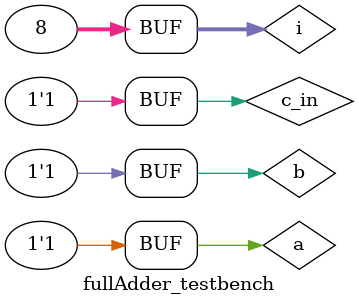
<source format=sv>
`timescale 1ns/10ps
module fullAdder (a, b, c_in, sum, c_out);
	input a, b, c_in;
	output sum, c_out;
	logic v0, v1, v2;
	
	//sum = c_in ^ (a ^ b);
	xor #0.05 gx0 (sum, c_in, a, b);
	
	//c_out = (a & b) | ((a ^ b) & c_in);
	and #0.05 ga1 (v0, a, b);
	and #0.05 ga2 (v1, a, c_in);
	and #0.05 ga3 (v2, b, c_in);
	or  #0.05 go4 (c_out, v0, v1, v2);
	
endmodule 

module fullAdder_testbench();     
	logic  a, b, c_in;
	logic sum, c_out;  
	fullAdder dut (.a, .b, .c_in, .sum, .c_out);     
	integer i;   
	initial begin 
	for(i=0; i<8; i++) begin 
	{a,b,c_in} = i; #10;  
	end    
	end    
endmodule

</source>
